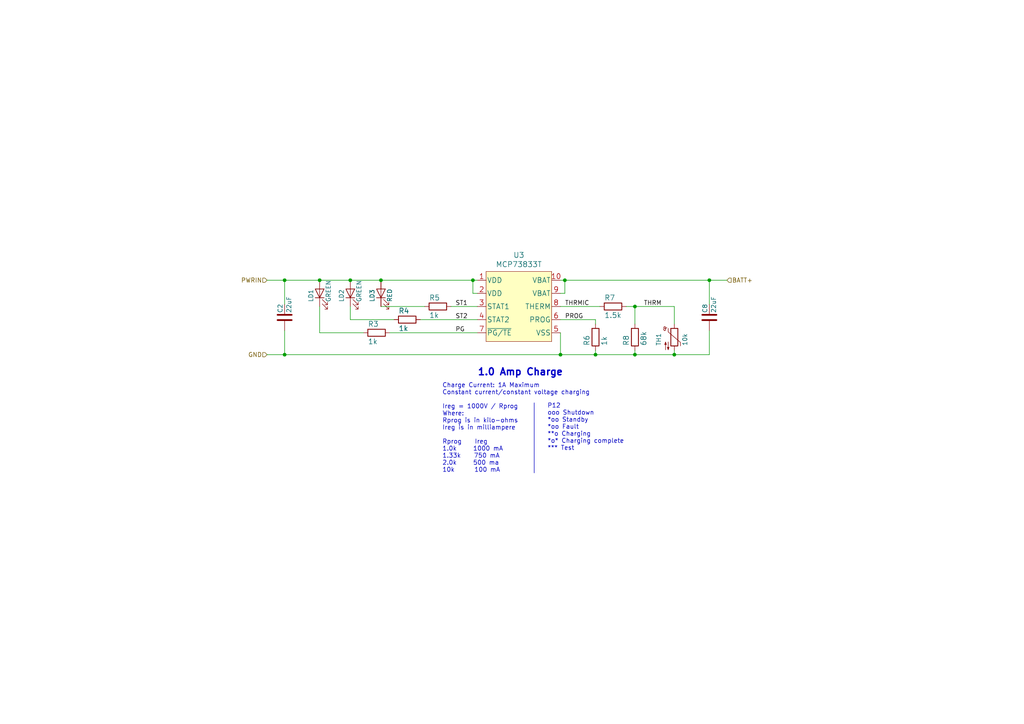
<source format=kicad_sch>
(kicad_sch (version 20210621) (generator eeschema)
  (paper "A4")
  (lib_symbols
    (symbol "Frequently_Used_LE:C" (pin_numbers hide) (pin_names (offset 0.254))
      (property "Reference" "C" (at 0.635 2.54 0))
      (property "Value" "C" (at 0.635 -2.54 0))
      (symbol "C_0_1"
        (polyline (pts (xy -2.032 -0.762) (xy 2.032 -0.762)) (stroke (width 0.508)))
        (polyline (pts (xy -2.032 0.762) (xy 2.032 0.762)) (stroke (width 0.508)))
      )
      (symbol "C_1_1"
        (pin passive line (at 0 3.81 270) (length 2.794) (name "~") (number "1"))
        (pin passive line (at 0 -3.81 90) (length 2.794) (name "~") (number "2"))
      )
    )
    (symbol "Frequently_Used_LE:LED" (pin_numbers hide) (pin_names (offset 1.016) hide)
      (property "Reference" "D" (at 0 2.54 0))
      (property "Value" "LED" (at 0 -2.54 0))
      (symbol "LED_0_1"
        (polyline (pts (xy -1.27 -1.27) (xy -1.27 1.27)) (stroke (width 0.2032)))
        (polyline (pts (xy -1.27 0) (xy 1.27 0)))
        (polyline (pts (xy 1.27 -1.27) (xy 1.27 1.27) (xy -1.27 0) (xy 1.27 -1.27)) (stroke (width 0.2032)))
        (polyline (pts (xy -3.048 -0.762) (xy -4.572 -2.286) (xy -3.81 -2.286) (xy -4.572 -2.286) (xy -4.572 -1.524)))
        (polyline (pts (xy -1.778 -0.762) (xy -3.302 -2.286) (xy -2.54 -2.286) (xy -3.302 -2.286) (xy -3.302 -1.524)))
      )
      (symbol "LED_1_1"
        (pin passive line (at -3.81 0 0) (length 2.54) (name "K(N)") (number "1"))
        (pin passive line (at 3.81 0 180) (length 2.54) (name "A(P)") (number "2"))
      )
    )
    (symbol "Frequently_Used_LE:R" (pin_numbers hide) (pin_names (offset 0))
      (property "Reference" "R" (at 2.032 0 90))
      (property "Value" "R" (at -1.905 0 90))
      (symbol "R_0_1"
        (rectangle (start -1.016 -2.54) (end 1.016 2.54) (stroke (width 0.254)))
      )
      (symbol "R_1_1"
        (pin passive line (at 0 3.81 270) (length 1.27) (name "~") (number "1"))
        (pin passive line (at 0 -3.81 90) (length 1.27) (name "~") (number "2"))
      )
    )
    (symbol "Li_Ion_LE:MCP73833T" (pin_names (offset 0.254))
      (property "Reference" "U" (at 0 12.7 0))
      (property "Value" "MCP73833T" (at 0 10.16 0))
      (symbol "MCP73833T_1_1"
        (rectangle (start -10.16 7.62) (end 8.89 -12.7) (stroke (width 0.127)) (fill (type background)))
        (pin power_in line (at -12.7 5.08 0) (length 2.54) (name "VDD") (number "1"))
        (pin passive line (at 11.43 5.08 180) (length 2.54) (name "VBAT") (number "10"))
        (pin power_in line (at -12.7 1.27 0) (length 2.54) (name "VDD") (number "2"))
        (pin passive line (at -12.7 -2.54 0) (length 2.54) (name "STAT1") (number "3"))
        (pin passive line (at -12.7 -6.35 0) (length 2.54) (name "STAT2") (number "4"))
        (pin passive line (at 11.43 -10.16 180) (length 2.54) (name "VSS") (number "5"))
        (pin passive line (at 11.43 -6.35 180) (length 2.54) (name "PROG") (number "6"))
        (pin passive line (at -12.7 -10.16 0) (length 2.54) (name "~{PG/TE}") (number "7"))
        (pin passive line (at 11.43 -2.54 180) (length 2.54) (name "THERM") (number "8"))
        (pin passive line (at 11.43 1.27 180) (length 2.54) (name "VBAT") (number "9"))
      )
    )
    (symbol "Li_Ion_LE:Thermistor_NTC" (pin_numbers hide) (pin_names (offset 0))
      (property "Reference" "TH" (at -4.445 0 90))
      (property "Value" "Thermistor_NTC" (at 3.175 0 90))
      (symbol "Thermistor_NTC_0_1"
        (arc (start -3.048 2.159) (mid -3.0505 2.3165) (end -3.175 2.413))
        (arc (start -3.048 2.159) (mid -2.9736 1.9794) (end -2.794 1.905))
        (arc (start -3.048 2.794) (mid -2.9736 2.6144) (end -2.794 2.54))
        (arc (start -2.794 1.905) (mid -2.6144 1.9794) (end -2.54 2.159))
        (arc (start -2.794 2.54) (mid -2.434 2.5608) (end -2.159 2.794))
        (arc (start -2.794 3.048) (mid -2.9736 2.9736) (end -3.048 2.794))
        (arc (start -2.54 2.794) (mid -2.6144 2.9736) (end -2.794 3.048))
        (rectangle (start -1.016 2.54) (end 1.016 -2.54) (stroke (width 0.254)))
        (polyline (pts (xy -2.54 2.159) (xy -2.54 2.794)))
        (polyline (pts (xy -1.778 2.54) (xy -1.778 1.524) (xy 1.778 -1.524) (xy 1.778 -2.54)))
        (polyline (pts (xy -2.54 -3.683) (xy -2.54 -1.397) (xy -2.794 -2.159) (xy -2.286 -2.159) (xy -2.54 -1.397) (xy -2.54 -1.651)) (fill (type outline)))
        (polyline (pts (xy -1.778 -1.397) (xy -1.778 -3.683) (xy -2.032 -2.921) (xy -1.524 -2.921) (xy -1.778 -3.683) (xy -1.778 -3.429)) (fill (type outline)))
      )
      (symbol "Thermistor_NTC_1_1"
        (pin passive line (at 0 3.81 270) (length 1.27) (name "~") (number "1"))
        (pin passive line (at 0 -3.81 90) (length 1.27) (name "~") (number "2"))
      )
    )
  )
  (junction (at 92.71 81.28))
  (junction (at 205.74 81.28))
  (junction (at 110.49 81.28))
  (junction (at 101.6 81.28))
  (junction (at 172.72 102.87))
  (junction (at 184.15 88.9))
  (junction (at 82.55 102.87))
  (junction (at 163.83 81.28))
  (junction (at 162.56 102.87))
  (junction (at 195.58 102.87))
  (junction (at 184.15 102.87))
  (junction (at 137.16 81.28))
  (junction (at 82.55 81.28))
  (wire (pts (xy 138.43 85.09) (xy 137.16 85.09)))
  (wire (pts (xy 82.55 102.87) (xy 162.56 102.87)))
  (wire (pts (xy 184.15 88.9) (xy 195.58 88.9)))
  (wire (pts (xy 162.56 81.28) (xy 163.83 81.28)))
  (wire (pts (xy 82.55 81.28) (xy 82.55 88.265)))
  (wire (pts (xy 172.72 92.71) (xy 172.72 93.98)))
  (wire (pts (xy 110.49 81.28) (xy 137.16 81.28)))
  (wire (pts (xy 121.92 92.71) (xy 138.43 92.71)))
  (wire (pts (xy 162.56 96.52) (xy 162.56 102.87)))
  (wire (pts (xy 195.58 101.6) (xy 195.58 102.87)))
  (wire (pts (xy 77.47 81.28) (xy 82.55 81.28)))
  (wire (pts (xy 184.15 93.98) (xy 184.15 88.9)))
  (wire (pts (xy 162.56 92.71) (xy 172.72 92.71)))
  (wire (pts (xy 195.58 88.9) (xy 195.58 93.98)))
  (wire (pts (xy 82.55 95.885) (xy 82.55 102.87)))
  (wire (pts (xy 205.74 95.885) (xy 205.74 102.87)))
  (wire (pts (xy 172.72 101.6) (xy 172.72 102.87)))
  (wire (pts (xy 184.15 102.87) (xy 195.58 102.87)))
  (wire (pts (xy 138.43 96.52) (xy 113.03 96.52)))
  (wire (pts (xy 205.74 88.265) (xy 205.74 81.28)))
  (wire (pts (xy 82.55 81.28) (xy 92.71 81.28)))
  (wire (pts (xy 77.47 102.87) (xy 82.55 102.87)))
  (wire (pts (xy 101.6 81.28) (xy 110.49 81.28)))
  (wire (pts (xy 162.56 88.9) (xy 173.99 88.9)))
  (wire (pts (xy 137.16 85.09) (xy 137.16 81.28)))
  (wire (pts (xy 123.19 88.9) (xy 110.49 88.9)))
  (wire (pts (xy 92.71 96.52) (xy 92.71 88.9)))
  (wire (pts (xy 137.16 81.28) (xy 138.43 81.28)))
  (wire (pts (xy 163.83 81.28) (xy 205.74 81.28)))
  (wire (pts (xy 101.6 92.71) (xy 114.3 92.71)))
  (wire (pts (xy 163.83 85.09) (xy 163.83 81.28)))
  (wire (pts (xy 162.56 85.09) (xy 163.83 85.09)))
  (wire (pts (xy 92.71 81.28) (xy 101.6 81.28)))
  (wire (pts (xy 184.15 101.6) (xy 184.15 102.87)))
  (wire (pts (xy 172.72 102.87) (xy 184.15 102.87)))
  (wire (pts (xy 101.6 92.71) (xy 101.6 88.9)))
  (wire (pts (xy 181.61 88.9) (xy 184.15 88.9)))
  (wire (pts (xy 195.58 102.87) (xy 205.74 102.87)))
  (polyline (pts (xy 154.94 116.84) (xy 154.94 137.16)) (stroke (width 0) (type solid)))
  (wire (pts (xy 162.56 102.87) (xy 172.72 102.87)))
  (wire (pts (xy 105.41 96.52) (xy 92.71 96.52)))
  (wire (pts (xy 205.74 81.28) (xy 210.82 81.28)))
  (wire (pts (xy 130.81 88.9) (xy 138.43 88.9)))
  (text "P12\nooo Shutdown\n*oo Standby\n*oo Fault\n**o Charging\n*o* Charging complete\n*** Test" (at 158.75 130.81 0) (effects (font (size 1.27 1.27)) (justify left bottom)))
  (text "1.0 Amp Charge" (at 138.43 109.22 0) (effects (font (size 2.0066 2.0066) (thickness 0.4013) bold) (justify left bottom)))
  (text "Charge Current: 1A Maximum\nConstant current/constant voltage charging\n\nIreg = 1000V / Rprog\nWhere:\nRprog is in kilo-ohms\nIreg is in milliampere\n\nRprog    Ireg\n1.0k     1000 mA\n1.33k    750 mA\n2.0k     500 ma\n10k      100 mA" (at 128.27 137.16 0) (effects (font (size 1.27 1.27)) (justify left bottom)))
  (label "PG" (at 132.08 96.52 0))
  (label "ST1" (at 132.08 88.9 0))
  (label "ST2" (at 132.08 92.71 0))
  (label "PROG" (at 163.83 92.71 0))
  (label "THRMIC" (at 163.83 88.9 0))
  (label "THRM" (at 186.69 88.9 0))
  (hierarchical_label "GND" (shape input) (at 77.47 102.87 180))
  (hierarchical_label "BATT+" (shape input) (at 210.82 81.28 0))
  (hierarchical_label "PWRIN" (shape input) (at 77.47 81.28 180))
  (symbol (lib_id "Li_Ion_LE:MCP73833T") (at 151.13 86.36 0) (unit 1)
    (property "Reference" "U3" (at 150.495 73.9902 0) (effects (font (size 1.524 1.524))))
    (property "Value" "MCP73833T" (at 150.495 76.6826 0) (effects (font (size 1.524 1.524))))
    (property "Footprint" "Li_Ion_LE:MCP73833" (effects hide))
    (property "Datasheet" "http://ww1.microchip.com/downloads/en/DeviceDoc/22005b.pdf" (effects hide))
    (property "Description" "Charger IC" (effects hide))
    (property "Manufacturer Part No." "MCP73833T-AMI/UN" (effects hide))
    (property "Manufacturer Name" "Microchip Technology" (effects hide))
    (property "Source 1" "Digikey" (effects hide))
    (property "Source 1 Part No." "MCP73833T-AMI/UNCT-ND" (effects hide))
    (property "Source 2" "Mouser" (effects hide))
    (property "Source 2 Part No." "579-MCP73833T-AMI/UN" (effects hide))
  )
  (symbol (lib_id "Frequently_Used_LE:LED") (at 92.71 85.09 90) (unit 1)
    (property "Reference" "LD1" (at 90.17 87.63 0) (effects (justify left)))
    (property "Value" "GREEN" (at 95.25 87.63 0) (effects (justify left)))
    (property "Footprint" "Frequently_Used_LE:LED_0805_2012Metric" (effects hide))
    (property "Datasheet" "https://www.we-online.de/katalog/datasheet/150080VS75000.pdf" (effects hide))
    (property "Description" "Green 570nm LED Indication - Discrete 2V" (effects hide))
    (property "Manufacturer Part No." "150080VS75000" (effects hide))
    (property "Manufacturer Name" "Würth Elektronik" (effects hide))
    (property "Source 1" "Digikey" (effects hide))
    (property "Source 1 Part No." "732-4986-1-ND" (effects hide))
    (property "Source 2" "Mouser" (effects hide))
    (property "Source 2 Part No." "710-150080VS75000" (effects hide))
  )
  (symbol (lib_id "Frequently_Used_LE:LED") (at 101.6 85.09 90) (unit 1)
    (property "Reference" "LD2" (at 99.06 87.63 0) (effects (justify left)))
    (property "Value" "GREEN" (at 104.14 87.63 0) (effects (justify left)))
    (property "Footprint" "Frequently_Used_LE:LED_0805_2012Metric" (effects hide))
    (property "Datasheet" "https://www.we-online.de/katalog/datasheet/150080VS75000.pdf" (effects hide))
    (property "Description" "Green 570nm LED Indication - Discrete 2V" (effects hide))
    (property "Manufacturer Part No." "150080VS75000" (effects hide))
    (property "Manufacturer Name" "Würth Elektronik" (effects hide))
    (property "Source 1" "Digikey" (effects hide))
    (property "Source 1 Part No." "732-4986-1-ND" (effects hide))
    (property "Source 2" "Mouser" (effects hide))
    (property "Source 2 Part No." "710-150080VS75000" (effects hide))
  )
  (symbol (lib_id "Frequently_Used_LE:LED") (at 110.49 85.09 90) (unit 1)
    (property "Reference" "LD3" (at 107.95 87.63 0) (effects (justify left)))
    (property "Value" "RED" (at 113.03 87.63 0) (effects (justify left)))
    (property "Footprint" "Frequently_Used_LE:LED_0805_2012Metric" (effects hide))
    (property "Datasheet" "https://www.we-online.de/katalog/datasheet/150080RS75000.pdf" (effects hide))
    (property "Description" "Red 625nm LED Indication - Discrete 2V" (effects hide))
    (property "Manufacturer Part No." "150080RS75000" (effects hide))
    (property "Manufacturer Name" "Würth Elektronik" (effects hide))
    (property "Source 1" "Digikey" (effects hide))
    (property "Source 1 Part No." "732-4984-1-ND" (effects hide))
    (property "Source 2" "Mouser" (effects hide))
    (property "Source 2 Part No." "710-150080RS75000" (effects hide))
  )
  (symbol (lib_id "Frequently_Used_LE:R") (at 127 88.9 270) (unit 1)
    (property "Reference" "R5" (at 124.46 86.36 90) (effects (font (size 1.4986 1.4986)) (justify left)))
    (property "Value" "1k" (at 124.46 91.44 90) (effects (font (size 1.4986 1.4986)) (justify left)))
    (property "Footprint" "Frequently_Used_LE:0603_1608Metric" (effects hide))
    (property "Datasheet" "https://www.mouser.com/datasheet/2/348/esr_e-1139161.pdf" (effects hide))
    (property "Description" "1 kOhms ±1% 0.25W, 1/4W Chip Resistor" (effects hide))
    (property "Manufacturer Part No." "ESR03EZPF1001" (effects hide))
    (property "Manufacturer Name" "ROHM Semiconductor" (effects hide))
    (property "Source 1" "Digikey" (effects hide))
    (property "Source 1 Part No." "-" (effects hide))
    (property "Source 2" "Mouser" (effects hide))
    (property "Source 2 Part No." "755-ESR03EZPF1001" (effects hide))
  )
  (symbol (lib_id "Frequently_Used_LE:R") (at 118.11 92.71 270) (unit 1)
    (property "Reference" "R4" (at 115.57 90.17 90) (effects (font (size 1.4986 1.4986)) (justify left)))
    (property "Value" "1k" (at 115.57 95.25 90) (effects (font (size 1.4986 1.4986)) (justify left)))
    (property "Footprint" "Frequently_Used_LE:0603_1608Metric" (effects hide))
    (property "Datasheet" "https://www.mouser.com/datasheet/2/348/esr_e-1139161.pdf" (effects hide))
    (property "Description" "1 kOhms ±1% 0.25W, 1/4W Chip Resistor" (effects hide))
    (property "Manufacturer Part No." "ESR03EZPF1001" (effects hide))
    (property "Manufacturer Name" "ROHM Semiconductor" (effects hide))
    (property "Source 1" "Digikey" (effects hide))
    (property "Source 1 Part No." "-" (effects hide))
    (property "Source 2" "Mouser" (effects hide))
    (property "Source 2 Part No." "755-ESR03EZPF1001" (effects hide))
  )
  (symbol (lib_id "Frequently_Used_LE:R") (at 109.22 96.52 270) (unit 1)
    (property "Reference" "R3" (at 106.68 93.98 90) (effects (font (size 1.4986 1.4986)) (justify left)))
    (property "Value" "1k" (at 106.68 99.06 90) (effects (font (size 1.4986 1.4986)) (justify left)))
    (property "Footprint" "Frequently_Used_LE:0603_1608Metric" (effects hide))
    (property "Datasheet" "https://www.mouser.com/datasheet/2/348/esr_e-1139161.pdf" (effects hide))
    (property "Description" "1 kOhms ±1% 0.25W, 1/4W Chip Resistor" (effects hide))
    (property "Manufacturer Part No." "ESR03EZPF1001" (effects hide))
    (property "Manufacturer Name" "ROHM Semiconductor" (effects hide))
    (property "Source 1" "Digikey" (effects hide))
    (property "Source 1 Part No." "-" (effects hide))
    (property "Source 2" "Mouser" (effects hide))
    (property "Source 2 Part No." "755-ESR03EZPF1001" (effects hide))
  )
  (symbol (lib_id "Frequently_Used_LE:R") (at 177.8 88.9 270) (unit 1)
    (property "Reference" "R7" (at 175.26 86.36 90) (effects (font (size 1.4986 1.4986)) (justify left)))
    (property "Value" "1.5k" (at 175.26 91.44 90) (effects (font (size 1.4986 1.4986)) (justify left)))
    (property "Footprint" "Frequently_Used_LE:0603_1608Metric" (effects hide))
    (property "Datasheet" "https://www.mouser.com/datasheet/2/348/esr_e-1139161.pdf" (effects hide))
    (property "Description" "1.5 kOhms ±1% 0.25W, 1/4W Chip Resistor" (effects hide))
    (property "Manufacturer Part No." "ESR03EZPF1501" (effects hide))
    (property "Manufacturer Name" "ROHM Semiconductor" (effects hide))
    (property "Source 1" "Digikey" (effects hide))
    (property "Source 1 Part No." "-" (effects hide))
    (property "Source 2" "Mouser" (effects hide))
    (property "Source 2 Part No." "755-ESR03EZPF1501" (effects hide))
  )
  (symbol (lib_id "Frequently_Used_LE:C") (at 205.74 92.075 0)
    (property "Reference" "C8" (at 204.47 90.805 90) (effects (justify left)))
    (property "Value" "22uF" (at 207.01 90.805 90) (effects (justify left)))
    (property "Footprint" "Frequently_Used_LE:0603_1608Metric" (effects hide))
    (property "Datasheet" "https://www.mouser.com/datasheet/2/585/MLCC-1837944.pdf" (effects hide))
    (property "Description" "22µF ±20% 6.3V Ceramic Capacitor X5R" (effects hide))
    (property "Manufacturer Part No." "CL10A226MQ8NRNE" (effects hide))
    (property "Manufacturer Name" "Samsung Electro-Mechanics" (effects hide))
    (property "Source 1" "Digikey" (effects hide))
    (property "Source 1 Part No." "-" (effects hide))
    (property "Source 2" "Mouser" (effects hide))
    (property "Source 2 Part No." "187-CL10A226MQ8NRNE" (effects hide))
  )
  (symbol (lib_id "Frequently_Used_LE:C") (at 82.55 92.075 0) (unit 1)
    (property "Reference" "C2" (at 81.28 90.805 90) (effects (justify left)))
    (property "Value" "22uF" (at 83.82 90.805 90) (effects (justify left)))
    (property "Footprint" "Frequently_Used_LE:0603_1608Metric" (effects hide))
    (property "Datasheet" "https://www.mouser.com/datasheet/2/585/MLCC-1837944.pdf" (effects hide))
    (property "Description" "22µF ±20% 6.3V Ceramic Capacitor X5R" (effects hide))
    (property "Manufacturer Part No." "CL10A226MQ8NRNE" (effects hide))
    (property "Manufacturer Name" "Samsung Electro-Mechanics" (effects hide))
    (property "Source 1" "Digikey" (effects hide))
    (property "Source 1 Part No." "-" (effects hide))
    (property "Source 2" "Mouser" (effects hide))
    (property "Source 2 Part No." "187-CL10A226MQ8NRNE" (effects hide))
  )
  (symbol (lib_id "Li_Ion_LE:Thermistor_NTC") (at 195.58 97.79 0) (unit 1)
    (property "Reference" "TH1" (at 191.77 100.33 90) (effects (justify left bottom)))
    (property "Value" "10k" (at 199.39 100.33 90) (effects (justify left bottom)))
    (property "Footprint" "Frequently_Used_LE:0603_1608Metric" (effects hide))
    (property "Datasheet" "https://product.tdk.com/en/catalog/datasheets/503021/tpd_commercial_ntc-thermistor_ntcg_en.pdf" (effects hide))
    (property "Description" "NTC Thermistor 10k" (effects hide))
    (property "Manufacturer Part No." "NTCG163JH103JT" (effects hide))
    (property "Manufacturer Name" "TDK Corporation" (effects hide))
    (property "Source 1" "Digikey" (effects hide))
    (property "Source 1 Part No." "-" (effects hide))
    (property "Source 2" "Mouser" (effects hide))
    (property "Source 2 Part No." "810-NTCG163JH103JT" (effects hide))
  )
  (symbol (lib_id "Frequently_Used_LE:R") (at 172.72 97.79 0) (unit 1)
    (property "Reference" "R6" (at 170.18 100.33 90) (effects (font (size 1.4986 1.4986)) (justify left)))
    (property "Value" "1k" (at 175.26 100.33 90) (effects (font (size 1.4986 1.4986)) (justify left)))
    (property "Footprint" "Frequently_Used_LE:0603_1608Metric" (effects hide))
    (property "Datasheet" "https://www.mouser.com/datasheet/2/348/esr_e-1139161.pdf" (effects hide))
    (property "Description" "1 kOhms ±1% 0.25W, 1/4W Chip Resistor" (effects hide))
    (property "Manufacturer Part No." "ESR03EZPF1001" (effects hide))
    (property "Manufacturer Name" "ROHM Semiconductor" (effects hide))
    (property "Source 1" "Digikey" (effects hide))
    (property "Source 1 Part No." "-" (effects hide))
    (property "Source 2" "Mouser" (effects hide))
    (property "Source 2 Part No." "755-ESR03EZPF1001" (effects hide))
  )
  (symbol (lib_id "Frequently_Used_LE:R") (at 184.15 97.79 0) (unit 1)
    (property "Reference" "R8" (at 181.61 100.33 90) (effects (font (size 1.4986 1.4986)) (justify left)))
    (property "Value" "68k" (at 186.69 100.33 90) (effects (font (size 1.4986 1.4986)) (justify left)))
    (property "Footprint" "Frequently_Used_LE:0603_1608Metric" (effects hide))
    (property "Datasheet" "https://www.mouser.com/datasheet/2/348/esr_e-1139161.pdf" (effects hide))
    (property "Description" "68 kOhms ±1% 0.25W, 1/4W Chip Resistor" (effects hide))
    (property "Manufacturer Part No." "ESR03EZPF6802" (effects hide))
    (property "Manufacturer Name" "ROHM Semiconductor" (effects hide))
    (property "Source 1" "Digikey" (effects hide))
    (property "Source 1 Part No." "-" (effects hide))
    (property "Source 2" "Mouser" (effects hide))
    (property "Source 2 Part No." "755-ESR03EZPF6802" (effects hide))
  )
)
</source>
